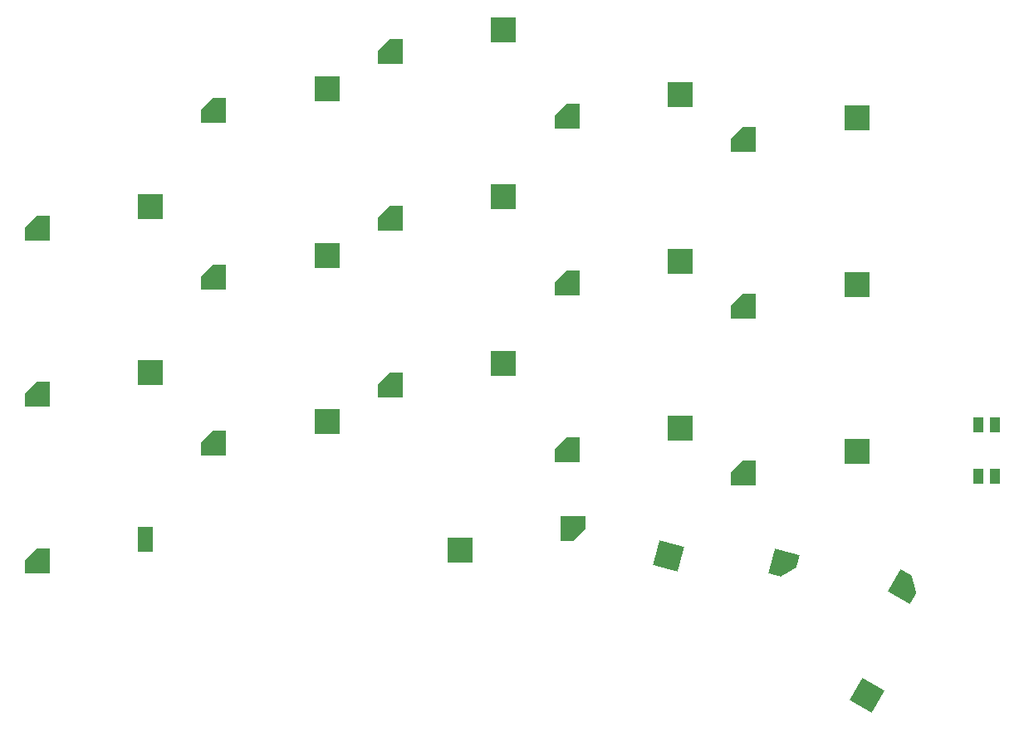
<source format=gtp>
G04 #@! TF.GenerationSoftware,KiCad,Pcbnew,8.0.6*
G04 #@! TF.CreationDate,2024-11-01T11:01:02+01:00*
G04 #@! TF.ProjectId,temper,74656d70-6572-42e6-9b69-6361645f7063,1.0*
G04 #@! TF.SameCoordinates,Original*
G04 #@! TF.FileFunction,Paste,Top*
G04 #@! TF.FilePolarity,Positive*
%FSLAX46Y46*%
G04 Gerber Fmt 4.6, Leading zero omitted, Abs format (unit mm)*
G04 Created by KiCad (PCBNEW 8.0.6) date 2024-11-01 11:01:02*
%MOMM*%
%LPD*%
G01*
G04 APERTURE LIST*
G04 Aperture macros list*
%AMRotRect*
0 Rectangle, with rotation*
0 The origin of the aperture is its center*
0 $1 length*
0 $2 width*
0 $3 Rotation angle, in degrees counterclockwise*
0 Add horizontal line*
21,1,$1,$2,0,0,$3*%
%AMOutline5P*
0 Free polygon, 5 corners , with rotation*
0 The origin of the aperture is its center*
0 number of corners: always 5*
0 $1 to $10 corner X, Y*
0 $11 Rotation angle, in degrees counterclockwise*
0 create outline with 5 corners*
4,1,5,$1,$2,$3,$4,$5,$6,$7,$8,$9,$10,$1,$2,$11*%
%AMOutline6P*
0 Free polygon, 6 corners , with rotation*
0 The origin of the aperture is its center*
0 number of corners: always 6*
0 $1 to $12 corner X, Y*
0 $13 Rotation angle, in degrees counterclockwise*
0 create outline with 6 corners*
4,1,6,$1,$2,$3,$4,$5,$6,$7,$8,$9,$10,$11,$12,$1,$2,$13*%
%AMOutline7P*
0 Free polygon, 7 corners , with rotation*
0 The origin of the aperture is its center*
0 number of corners: always 7*
0 $1 to $14 corner X, Y*
0 $15 Rotation angle, in degrees counterclockwise*
0 create outline with 7 corners*
4,1,7,$1,$2,$3,$4,$5,$6,$7,$8,$9,$10,$11,$12,$13,$14,$1,$2,$15*%
%AMOutline8P*
0 Free polygon, 8 corners , with rotation*
0 The origin of the aperture is its center*
0 number of corners: always 8*
0 $1 to $16 corner X, Y*
0 $17 Rotation angle, in degrees counterclockwise*
0 create outline with 8 corners*
4,1,8,$1,$2,$3,$4,$5,$6,$7,$8,$9,$10,$11,$12,$13,$14,$15,$16,$1,$2,$17*%
G04 Aperture macros list end*
%ADD10Outline5P,-1.300000X0.000000X0.000000X1.300000X1.300000X1.300000X1.300000X-1.300000X-1.300000X-1.300000X0.000000*%
%ADD11R,2.600000X2.600000*%
%ADD12R,1.600000X2.600000*%
%ADD13Outline5P,-1.300000X0.000000X0.000000X1.300000X1.300000X1.300000X1.300000X-1.300000X-1.300000X-1.300000X180.000000*%
%ADD14Outline5P,-1.300000X0.000000X0.000000X1.300000X1.300000X1.300000X1.300000X-1.300000X-1.300000X-1.300000X165.000000*%
%ADD15RotRect,2.600000X2.600000X165.000000*%
%ADD16Outline5P,-1.300000X0.000000X0.000000X1.300000X1.300000X1.300000X1.300000X-1.300000X-1.300000X-1.300000X240.000000*%
%ADD17RotRect,2.600000X2.600000X240.000000*%
%ADD18R,1.000000X1.550000*%
G04 APERTURE END LIST*
D10*
X82635000Y-76350000D03*
D11*
X94185000Y-74150000D03*
D10*
X100635000Y-64350000D03*
D11*
X112185000Y-62150000D03*
D10*
X118635000Y-58350000D03*
D11*
X130185000Y-56150000D03*
D10*
X136635000Y-64970000D03*
D11*
X148185000Y-62770000D03*
D10*
X154635000Y-67350000D03*
D11*
X166185000Y-65150000D03*
D10*
X82635000Y-93350000D03*
D11*
X94185000Y-91150000D03*
D10*
X100635000Y-81350000D03*
D11*
X112185000Y-79150000D03*
D10*
X118635000Y-75350000D03*
D11*
X130185000Y-73150000D03*
D10*
X136635000Y-81970000D03*
D11*
X148185000Y-79770000D03*
D10*
X154635000Y-84350000D03*
D11*
X166185000Y-82150000D03*
D10*
X82635000Y-110350000D03*
D12*
X93685000Y-108150000D03*
D10*
X100635000Y-98350000D03*
D11*
X112185000Y-96150000D03*
D10*
X118635000Y-92350000D03*
D11*
X130185000Y-90150000D03*
D10*
X136635000Y-98975000D03*
D11*
X148185000Y-96775000D03*
D10*
X154635000Y-101350000D03*
D11*
X166185000Y-99150000D03*
D13*
X137285000Y-107040000D03*
D11*
X125735000Y-109240000D03*
D14*
X158763380Y-110680374D03*
D15*
X147037535Y-109816051D03*
D16*
X171144649Y-112978767D03*
D17*
X167274905Y-124081360D03*
D18*
X178579000Y-101685000D03*
X178579000Y-96435000D03*
X180279000Y-101685000D03*
X180279000Y-96435000D03*
M02*

</source>
